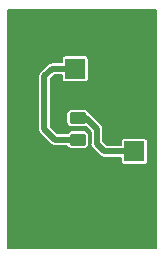
<source format=gbr>
%TF.GenerationSoftware,KiCad,Pcbnew,7.0.10*%
%TF.CreationDate,2024-01-03T14:24:59-05:00*%
%TF.ProjectId,1stTrial,31737454-7269-4616-9c2e-6b696361645f,rev?*%
%TF.SameCoordinates,Original*%
%TF.FileFunction,Copper,L1,Top*%
%TF.FilePolarity,Positive*%
%FSLAX46Y46*%
G04 Gerber Fmt 4.6, Leading zero omitted, Abs format (unit mm)*
G04 Created by KiCad (PCBNEW 7.0.10) date 2024-01-03 14:24:59*
%MOMM*%
%LPD*%
G01*
G04 APERTURE LIST*
G04 Aperture macros list*
%AMRoundRect*
0 Rectangle with rounded corners*
0 $1 Rounding radius*
0 $2 $3 $4 $5 $6 $7 $8 $9 X,Y pos of 4 corners*
0 Add a 4 corners polygon primitive as box body*
4,1,4,$2,$3,$4,$5,$6,$7,$8,$9,$2,$3,0*
0 Add four circle primitives for the rounded corners*
1,1,$1+$1,$2,$3*
1,1,$1+$1,$4,$5*
1,1,$1+$1,$6,$7*
1,1,$1+$1,$8,$9*
0 Add four rect primitives between the rounded corners*
20,1,$1+$1,$2,$3,$4,$5,0*
20,1,$1+$1,$4,$5,$6,$7,0*
20,1,$1+$1,$6,$7,$8,$9,0*
20,1,$1+$1,$8,$9,$2,$3,0*%
G04 Aperture macros list end*
%TA.AperFunction,SMDPad,CuDef*%
%ADD10RoundRect,0.250000X0.450000X-0.262500X0.450000X0.262500X-0.450000X0.262500X-0.450000X-0.262500X0*%
%TD*%
%TA.AperFunction,ComponentPad*%
%ADD11R,1.700000X1.700000*%
%TD*%
%TA.AperFunction,Conductor*%
%ADD12C,0.508000*%
%TD*%
G04 APERTURE END LIST*
D10*
%TO.P,R1,1*%
%TO.N,Net-(J1-Pin_1)*%
X79652500Y-66952500D03*
%TO.P,R1,2*%
%TO.N,Net-(J2-Pin_1)*%
X79652500Y-65127500D03*
%TD*%
D11*
%TO.P,J2,1,Pin_1*%
%TO.N,Net-(J2-Pin_1)*%
X84455000Y-67945000D03*
%TD*%
%TO.P,J1,1,Pin_1*%
%TO.N,Net-(J1-Pin_1)*%
X79445000Y-60960000D03*
%TD*%
D12*
%TO.N,Net-(J2-Pin_1)*%
X81915000Y-67945000D02*
X84455000Y-67945000D01*
X81280000Y-67310000D02*
X81915000Y-67945000D01*
X81280000Y-66040000D02*
X81280000Y-67310000D01*
X80367500Y-65127500D02*
X81280000Y-66040000D01*
X79652500Y-65127500D02*
X80367500Y-65127500D01*
%TO.N,Net-(J1-Pin_1)*%
X77470000Y-60960000D02*
X76835000Y-61595000D01*
X76835000Y-61595000D02*
X76835000Y-66040000D01*
X76835000Y-66040000D02*
X77747500Y-66952500D01*
X77747500Y-66952500D02*
X79652500Y-66952500D01*
X79445000Y-60960000D02*
X77470000Y-60960000D01*
%TD*%
%TA.AperFunction,NonConductor*%
G36*
X86302539Y-55900185D02*
G01*
X86348294Y-55952989D01*
X86359500Y-56004500D01*
X86359500Y-76075500D01*
X86339815Y-76142539D01*
X86287011Y-76188294D01*
X86235500Y-76199500D01*
X73784500Y-76199500D01*
X73717461Y-76179815D01*
X73671706Y-76127011D01*
X73660500Y-76075500D01*
X73660500Y-66057186D01*
X76375686Y-66057186D01*
X76386410Y-66113860D01*
X76387187Y-66118431D01*
X76395785Y-66175478D01*
X76398321Y-66183698D01*
X76401158Y-66191805D01*
X76428114Y-66242810D01*
X76430200Y-66246944D01*
X76455231Y-66298918D01*
X76460071Y-66306018D01*
X76465178Y-66312937D01*
X76465180Y-66312940D01*
X76465182Y-66312942D01*
X76505973Y-66353733D01*
X76509165Y-66357046D01*
X76519190Y-66367850D01*
X76548423Y-66399356D01*
X76555686Y-66405148D01*
X76555170Y-66405793D01*
X76567475Y-66415235D01*
X77403139Y-67250899D01*
X77412405Y-67261267D01*
X77434868Y-67289435D01*
X77434869Y-67289436D01*
X77482537Y-67321935D01*
X77486320Y-67324619D01*
X77532725Y-67358868D01*
X77540350Y-67362897D01*
X77548071Y-67366616D01*
X77577568Y-67375713D01*
X77603220Y-67383626D01*
X77607607Y-67385070D01*
X77617212Y-67388431D01*
X77662045Y-67404120D01*
X77662047Y-67404120D01*
X77662049Y-67404121D01*
X77662050Y-67404121D01*
X77670492Y-67405718D01*
X77678994Y-67406999D01*
X77678995Y-67407000D01*
X77736679Y-67407000D01*
X77741315Y-67407086D01*
X77758963Y-67407747D01*
X77798961Y-67409244D01*
X77798961Y-67409243D01*
X77798963Y-67409244D01*
X77798964Y-67409243D01*
X77808195Y-67408204D01*
X77808287Y-67409024D01*
X77823662Y-67407000D01*
X78721697Y-67407000D01*
X78788736Y-67426685D01*
X78821467Y-67457366D01*
X78880350Y-67537150D01*
X78989618Y-67617793D01*
X79016142Y-67627074D01*
X79117799Y-67662646D01*
X79148230Y-67665500D01*
X79148234Y-67665500D01*
X80156770Y-67665500D01*
X80187199Y-67662646D01*
X80187201Y-67662646D01*
X80251290Y-67640219D01*
X80315382Y-67617793D01*
X80424650Y-67537150D01*
X80505293Y-67427882D01*
X80540528Y-67327186D01*
X80550146Y-67299701D01*
X80550146Y-67299699D01*
X80553000Y-67269269D01*
X80553000Y-66635730D01*
X80550146Y-66605300D01*
X80550146Y-66605298D01*
X80505293Y-66477119D01*
X80505292Y-66477117D01*
X80493900Y-66461681D01*
X80424650Y-66367850D01*
X80315382Y-66287207D01*
X80315380Y-66287206D01*
X80187200Y-66242353D01*
X80156770Y-66239500D01*
X80156766Y-66239500D01*
X79148234Y-66239500D01*
X79148230Y-66239500D01*
X79117800Y-66242353D01*
X79117798Y-66242353D01*
X78989619Y-66287206D01*
X78989617Y-66287207D01*
X78880350Y-66367850D01*
X78821467Y-66447634D01*
X78765819Y-66489884D01*
X78721697Y-66498000D01*
X77987122Y-66498000D01*
X77920083Y-66478315D01*
X77899441Y-66461681D01*
X77325819Y-65888058D01*
X77292334Y-65826735D01*
X77289500Y-65800377D01*
X77289500Y-65444269D01*
X78752000Y-65444269D01*
X78754853Y-65474699D01*
X78754853Y-65474701D01*
X78799706Y-65602880D01*
X78799707Y-65602882D01*
X78880350Y-65712150D01*
X78989618Y-65792793D01*
X79007860Y-65799176D01*
X79117799Y-65837646D01*
X79148230Y-65840500D01*
X79148234Y-65840500D01*
X80156770Y-65840500D01*
X80187199Y-65837646D01*
X80187201Y-65837646D01*
X80297140Y-65799176D01*
X80366918Y-65795613D01*
X80425776Y-65828536D01*
X80789181Y-66191941D01*
X80822666Y-66253264D01*
X80825500Y-66279622D01*
X80825500Y-67277507D01*
X80824720Y-67291392D01*
X80820686Y-67327186D01*
X80831410Y-67383860D01*
X80832187Y-67388431D01*
X80840785Y-67445478D01*
X80843321Y-67453698D01*
X80846158Y-67461805D01*
X80873114Y-67512810D01*
X80875200Y-67516944D01*
X80900231Y-67568918D01*
X80905071Y-67576018D01*
X80910178Y-67582937D01*
X80910180Y-67582940D01*
X80910182Y-67582942D01*
X80950973Y-67623733D01*
X80954165Y-67627046D01*
X80987197Y-67662646D01*
X80993423Y-67669356D01*
X81000686Y-67675148D01*
X81000170Y-67675793D01*
X81012475Y-67685235D01*
X81570639Y-68243399D01*
X81579905Y-68253767D01*
X81602370Y-68281937D01*
X81602371Y-68281938D01*
X81650033Y-68314432D01*
X81653804Y-68317107D01*
X81700227Y-68351370D01*
X81700228Y-68351370D01*
X81700229Y-68351371D01*
X81707798Y-68355372D01*
X81715569Y-68359114D01*
X81715572Y-68359116D01*
X81770742Y-68376133D01*
X81775063Y-68377555D01*
X81829549Y-68396621D01*
X81829551Y-68396621D01*
X81837997Y-68398219D01*
X81846494Y-68399499D01*
X81846495Y-68399500D01*
X81904179Y-68399500D01*
X81908815Y-68399586D01*
X81926463Y-68400247D01*
X81966461Y-68401744D01*
X81966461Y-68401743D01*
X81966463Y-68401744D01*
X81966464Y-68401743D01*
X81975695Y-68400704D01*
X81975787Y-68401524D01*
X81991162Y-68399500D01*
X83280500Y-68399500D01*
X83347539Y-68419185D01*
X83393294Y-68471989D01*
X83404500Y-68523500D01*
X83404500Y-68814752D01*
X83416131Y-68873229D01*
X83416132Y-68873230D01*
X83460447Y-68939552D01*
X83526769Y-68983867D01*
X83526770Y-68983868D01*
X83585247Y-68995499D01*
X83585250Y-68995500D01*
X83585252Y-68995500D01*
X85324750Y-68995500D01*
X85324751Y-68995499D01*
X85339568Y-68992552D01*
X85383229Y-68983868D01*
X85383229Y-68983867D01*
X85383231Y-68983867D01*
X85449552Y-68939552D01*
X85493867Y-68873231D01*
X85493867Y-68873229D01*
X85493868Y-68873229D01*
X85505499Y-68814752D01*
X85505500Y-68814750D01*
X85505500Y-67075249D01*
X85505499Y-67075247D01*
X85493868Y-67016770D01*
X85493867Y-67016769D01*
X85449552Y-66950447D01*
X85383230Y-66906132D01*
X85383229Y-66906131D01*
X85324752Y-66894500D01*
X85324748Y-66894500D01*
X83585252Y-66894500D01*
X83585247Y-66894500D01*
X83526770Y-66906131D01*
X83526769Y-66906132D01*
X83460447Y-66950447D01*
X83416132Y-67016769D01*
X83416131Y-67016770D01*
X83404500Y-67075247D01*
X83404500Y-67366500D01*
X83384815Y-67433539D01*
X83332011Y-67479294D01*
X83280500Y-67490500D01*
X82154622Y-67490500D01*
X82087583Y-67470815D01*
X82066941Y-67454181D01*
X81770819Y-67158058D01*
X81737334Y-67096735D01*
X81734500Y-67070377D01*
X81734500Y-66072491D01*
X81735280Y-66058606D01*
X81739313Y-66022814D01*
X81737734Y-66014468D01*
X81728580Y-65966092D01*
X81727809Y-65961551D01*
X81719214Y-65904520D01*
X81716685Y-65896321D01*
X81713840Y-65888191D01*
X81686886Y-65837191D01*
X81684796Y-65833051D01*
X81659768Y-65781080D01*
X81654928Y-65773982D01*
X81649819Y-65767059D01*
X81609038Y-65726278D01*
X81605820Y-65722938D01*
X81566579Y-65680646D01*
X81566578Y-65680645D01*
X81566577Y-65680644D01*
X81566575Y-65680642D01*
X81559316Y-65674854D01*
X81559830Y-65674208D01*
X81547526Y-65664766D01*
X80711856Y-64829095D01*
X80702590Y-64818727D01*
X80696216Y-64810734D01*
X80680131Y-64790564D01*
X80632451Y-64758056D01*
X80628685Y-64755383D01*
X80582273Y-64721130D01*
X80574663Y-64717108D01*
X80564447Y-64712189D01*
X80561487Y-64709517D01*
X80560594Y-64709066D01*
X80559239Y-64708142D01*
X80559515Y-64707736D01*
X80512587Y-64665367D01*
X80508616Y-64658406D01*
X80505293Y-64652119D01*
X80505293Y-64652118D01*
X80424650Y-64542850D01*
X80315382Y-64462207D01*
X80315380Y-64462206D01*
X80187200Y-64417353D01*
X80156770Y-64414500D01*
X80156766Y-64414500D01*
X79148234Y-64414500D01*
X79148230Y-64414500D01*
X79117800Y-64417353D01*
X79117798Y-64417353D01*
X78989619Y-64462206D01*
X78989617Y-64462207D01*
X78880350Y-64542850D01*
X78799707Y-64652117D01*
X78799706Y-64652119D01*
X78754853Y-64780298D01*
X78754853Y-64780300D01*
X78752000Y-64810730D01*
X78752000Y-65444269D01*
X77289500Y-65444269D01*
X77289500Y-61834622D01*
X77309185Y-61767583D01*
X77325819Y-61746941D01*
X77621941Y-61450819D01*
X77683264Y-61417334D01*
X77709622Y-61414500D01*
X78270500Y-61414500D01*
X78337539Y-61434185D01*
X78383294Y-61486989D01*
X78394500Y-61538500D01*
X78394500Y-61829752D01*
X78406131Y-61888229D01*
X78406132Y-61888230D01*
X78450447Y-61954552D01*
X78516769Y-61998867D01*
X78516770Y-61998868D01*
X78575247Y-62010499D01*
X78575250Y-62010500D01*
X78575252Y-62010500D01*
X80314750Y-62010500D01*
X80314751Y-62010499D01*
X80329568Y-62007552D01*
X80373229Y-61998868D01*
X80373229Y-61998867D01*
X80373231Y-61998867D01*
X80439552Y-61954552D01*
X80483867Y-61888231D01*
X80483867Y-61888229D01*
X80483868Y-61888229D01*
X80492552Y-61844568D01*
X80495500Y-61829748D01*
X80495500Y-60090252D01*
X80495500Y-60090249D01*
X80495499Y-60090247D01*
X80483868Y-60031770D01*
X80483867Y-60031769D01*
X80439552Y-59965447D01*
X80373230Y-59921132D01*
X80373229Y-59921131D01*
X80314752Y-59909500D01*
X80314748Y-59909500D01*
X78575252Y-59909500D01*
X78575247Y-59909500D01*
X78516770Y-59921131D01*
X78516769Y-59921132D01*
X78450447Y-59965447D01*
X78406132Y-60031769D01*
X78406131Y-60031770D01*
X78394500Y-60090247D01*
X78394500Y-60381500D01*
X78374815Y-60448539D01*
X78322011Y-60494294D01*
X78270500Y-60505500D01*
X77502500Y-60505500D01*
X77488616Y-60504720D01*
X77486315Y-60504460D01*
X77452813Y-60500685D01*
X77396125Y-60511411D01*
X77391557Y-60512188D01*
X77343216Y-60519475D01*
X77334521Y-60520786D01*
X77334520Y-60520786D01*
X77334515Y-60520787D01*
X77326329Y-60523311D01*
X77318189Y-60526160D01*
X77267175Y-60553121D01*
X77263039Y-60555209D01*
X77211079Y-60580232D01*
X77203977Y-60585074D01*
X77197058Y-60590179D01*
X77156275Y-60630963D01*
X77152938Y-60634178D01*
X77110645Y-60673421D01*
X77104849Y-60680689D01*
X77104206Y-60680176D01*
X77094766Y-60692472D01*
X76536593Y-61250644D01*
X76526228Y-61259908D01*
X76498063Y-61282370D01*
X76465558Y-61330043D01*
X76462880Y-61333818D01*
X76428631Y-61380226D01*
X76424598Y-61387856D01*
X76420885Y-61395567D01*
X76403880Y-61450696D01*
X76402431Y-61455098D01*
X76383378Y-61509548D01*
X76381783Y-61517976D01*
X76380500Y-61526495D01*
X76380500Y-61584178D01*
X76380413Y-61588815D01*
X76378255Y-61646464D01*
X76379296Y-61655700D01*
X76378475Y-61655792D01*
X76380500Y-61671165D01*
X76380500Y-66007507D01*
X76379720Y-66021392D01*
X76375686Y-66057186D01*
X73660500Y-66057186D01*
X73660500Y-56004500D01*
X73680185Y-55937461D01*
X73732989Y-55891706D01*
X73784500Y-55880500D01*
X86235500Y-55880500D01*
X86302539Y-55900185D01*
G37*
%TD.AperFunction*%
M02*

</source>
